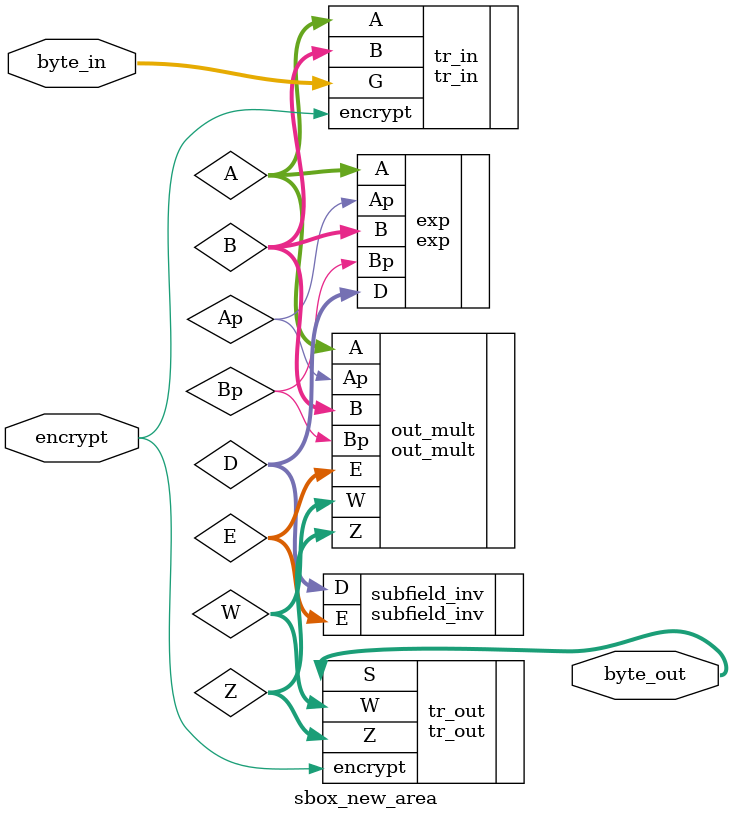
<source format=v>
`timescale 1 ns / 1 ns  // time-unit = 1 ns, precision = 1 ns

module sbox_new_area (
        input   wire            encrypt,
        input   wire    [7:0]   byte_in,
        output  wire    [7:0]   byte_out
    );

    //----------------------------------------------------------------
    // Wires/Regs
    //----------------------------------------------------------------
    wire [3:0] A, B, D, E, W, Z;
    wire Ap, Bp;

    //----------------------------------------------------------------
    // Module instantiations
    //----------------------------------------------------------------
    tr_in tr_in(
        .G(byte_in),
        .encrypt(encrypt),
        .A(A),
        .B(B)
    );

    exp exp(
        .A(A),
        .B(B),
        .D(D),
        .Ap(Ap),
        .Bp(Bp)
    );


    subfield_inv subfield_inv(
        .D(D),
        .E(E)
    );

    out_mult out_mult(
        .A(A),
        .B(B),
        .E(E),
        .Ap(Ap),
        .Bp(Bp),
        .Z(Z),
        .W(W)
    );

    tr_out tr_out(
        .W(W),
        .Z(Z),
        .encrypt(encrypt),
        .S(byte_out)
    );

endmodule // sbox_new_area
</source>
